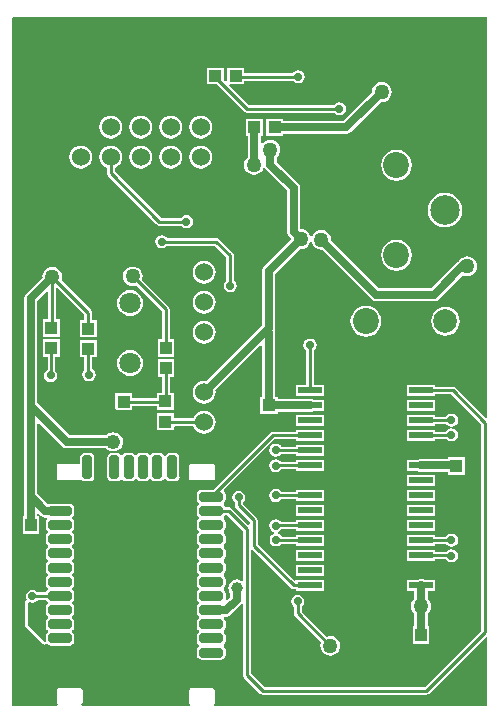
<source format=gbl>
%FSLAX44Y44*%
%MOMM*%
G71*
G01*
G75*
G04 Layer_Physical_Order=2*
G04 Layer_Color=16711680*
%ADD10R,2.1800X1.6000*%
%ADD11R,1.0000X1.1000*%
%ADD12R,1.2500X1.1000*%
%ADD13R,3.2000X1.1200*%
%ADD14R,1.1000X1.0000*%
%ADD15R,1.1000X0.6000*%
%ADD16C,0.7000*%
%ADD17C,0.2540*%
%ADD18C,1.5240*%
%ADD19C,2.5000*%
%ADD20C,2.2000*%
%ADD21C,1.8000*%
%ADD22C,2.0000*%
%ADD23C,0.7000*%
%ADD24C,1.2700*%
%ADD25C,1.2100*%
%ADD26C,1.0000*%
%ADD27R,2.0000X0.6000*%
G04:AMPARAMS|DCode=28|XSize=2mm|YSize=0.8mm|CornerRadius=0.2mm|HoleSize=0mm|Usage=FLASHONLY|Rotation=270.000|XOffset=0mm|YOffset=0mm|HoleType=Round|Shape=RoundedRectangle|*
%AMROUNDEDRECTD28*
21,1,2.0000,0.4000,0,0,270.0*
21,1,1.6000,0.8000,0,0,270.0*
1,1,0.4000,-0.2000,-0.8000*
1,1,0.4000,-0.2000,0.8000*
1,1,0.4000,0.2000,0.8000*
1,1,0.4000,0.2000,-0.8000*
%
%ADD28ROUNDEDRECTD28*%
G04:AMPARAMS|DCode=29|XSize=2mm|YSize=0.8mm|CornerRadius=0.2mm|HoleSize=0mm|Usage=FLASHONLY|Rotation=0.000|XOffset=0mm|YOffset=0mm|HoleType=Round|Shape=RoundedRectangle|*
%AMROUNDEDRECTD29*
21,1,2.0000,0.4000,0,0,0.0*
21,1,1.6000,0.8000,0,0,0.0*
1,1,0.4000,0.8000,-0.2000*
1,1,0.4000,-0.8000,-0.2000*
1,1,0.4000,-0.8000,0.2000*
1,1,0.4000,0.8000,0.2000*
%
%ADD29ROUNDEDRECTD29*%
G36*
X195802Y147971D02*
Y106019D01*
X194532Y105393D01*
X193776Y105972D01*
X192074Y106678D01*
X190246Y106918D01*
X188419Y106678D01*
X186716Y105972D01*
X185254Y104850D01*
X184132Y103388D01*
X183426Y101685D01*
X183186Y99858D01*
X183426Y98031D01*
X184132Y96328D01*
X184639Y95667D01*
Y92239D01*
X181932Y89532D01*
X180762Y90158D01*
X180925Y90978D01*
Y94978D01*
X180614Y96539D01*
X179730Y97862D01*
X179203Y98214D01*
Y99742D01*
X179730Y100094D01*
X180614Y101417D01*
X180925Y102978D01*
Y106978D01*
X180614Y108539D01*
X179730Y109862D01*
X179203Y110214D01*
Y111742D01*
X179730Y112094D01*
X180614Y113417D01*
X180925Y114978D01*
Y118978D01*
X180614Y120539D01*
X179730Y121862D01*
X179203Y122214D01*
Y123742D01*
X179730Y124094D01*
X180614Y125417D01*
X180925Y126978D01*
Y130978D01*
X180614Y132539D01*
X179730Y133862D01*
X179203Y134214D01*
Y135742D01*
X179730Y136094D01*
X180614Y137417D01*
X180925Y138978D01*
Y142978D01*
X180614Y144539D01*
X179730Y145862D01*
X179203Y146214D01*
Y147742D01*
X179730Y148094D01*
X180614Y149417D01*
X180925Y150978D01*
Y154978D01*
X180614Y156539D01*
X179730Y157862D01*
X179203Y158214D01*
Y159742D01*
X179730Y160094D01*
X180614Y161417D01*
X180659Y161644D01*
X182129D01*
X195802Y147971D01*
D02*
G37*
G36*
X402590Y583184D02*
X402590Y583184D01*
Y244118D01*
X401417Y243632D01*
X375738Y269312D01*
X374656Y270034D01*
X373380Y270288D01*
X358476D01*
Y271954D01*
X334476D01*
Y261954D01*
X358476D01*
Y263620D01*
X371999D01*
X397224Y238395D01*
Y63611D01*
X349647Y16034D01*
X213979D01*
X202470Y27543D01*
Y131516D01*
X203644Y132002D01*
X236149Y99497D01*
X237230Y98774D01*
X238506Y98520D01*
X240476D01*
Y96854D01*
X264476D01*
Y106854D01*
X240476D01*
Y106395D01*
X239206Y105869D01*
X208026Y137049D01*
Y157074D01*
X207773Y158350D01*
X207050Y159432D01*
X195506Y170976D01*
X195590Y172298D01*
X195989Y172565D01*
X197205Y174384D01*
X197632Y176530D01*
X197205Y178676D01*
X195989Y180495D01*
X194170Y181711D01*
X192024Y182138D01*
X189878Y181711D01*
X188059Y180495D01*
X186843Y178676D01*
X186416Y176530D01*
X186843Y174384D01*
X188059Y172565D01*
X188690Y172143D01*
Y169743D01*
X188944Y168467D01*
X189667Y167385D01*
X201358Y155694D01*
Y153504D01*
X200185Y153018D01*
X185868Y167336D01*
X184786Y168058D01*
X183510Y168312D01*
X180659D01*
X180614Y168539D01*
X179730Y169862D01*
X179203Y170214D01*
Y171742D01*
X179730Y172094D01*
X180614Y173417D01*
X180925Y174978D01*
Y178978D01*
X180614Y180539D01*
X179730Y181862D01*
X179615Y183032D01*
X222103Y225520D01*
X240476D01*
Y223854D01*
X264476D01*
Y233854D01*
X240476D01*
Y232188D01*
X220722D01*
X219447Y231934D01*
X218365Y231212D01*
X170210Y183057D01*
X160846D01*
X159286Y182746D01*
X157963Y181862D01*
X157079Y180539D01*
X156768Y178978D01*
Y174978D01*
X157079Y173417D01*
X157963Y172094D01*
X158490Y171742D01*
Y170214D01*
X157963Y169862D01*
X157079Y168539D01*
X156768Y166978D01*
Y162978D01*
X157079Y161417D01*
X157963Y160094D01*
X158490Y159742D01*
Y158214D01*
X157963Y157862D01*
X157079Y156539D01*
X156768Y154978D01*
Y150978D01*
X157079Y149417D01*
X157963Y148094D01*
X158490Y147742D01*
Y146214D01*
X157963Y145862D01*
X157079Y144539D01*
X156768Y142978D01*
Y138978D01*
X157079Y137417D01*
X157963Y136094D01*
X158490Y135742D01*
Y134214D01*
X157963Y133862D01*
X157079Y132539D01*
X156768Y130978D01*
Y126978D01*
X157079Y125417D01*
X157963Y124094D01*
X158490Y123742D01*
Y122214D01*
X157963Y121862D01*
X157079Y120539D01*
X156768Y118978D01*
Y114978D01*
X157079Y113417D01*
X157963Y112094D01*
X158490Y111742D01*
Y110214D01*
X157963Y109862D01*
X157079Y108539D01*
X156768Y106978D01*
Y102978D01*
X157079Y101417D01*
X157963Y100094D01*
X158490Y99742D01*
Y98214D01*
X157963Y97862D01*
X157079Y96539D01*
X156768Y94978D01*
Y90978D01*
X157079Y89417D01*
X157963Y88094D01*
X158490Y87742D01*
Y86214D01*
X157963Y85862D01*
X157079Y84539D01*
X156768Y82978D01*
Y78978D01*
X157079Y77417D01*
X157963Y76094D01*
X158490Y75742D01*
Y74214D01*
X157963Y73862D01*
X157079Y72539D01*
X156768Y70978D01*
Y66978D01*
X157079Y65417D01*
X157963Y64094D01*
X158490Y63742D01*
Y62214D01*
X157963Y61862D01*
X157079Y60539D01*
X156768Y58978D01*
Y54978D01*
X157079Y53417D01*
X157963Y52094D01*
X158490Y51742D01*
Y50214D01*
X157963Y49862D01*
X157079Y48539D01*
X156768Y46978D01*
Y42978D01*
X157079Y41417D01*
X157963Y40094D01*
X159286Y39210D01*
X160846Y38900D01*
X176846D01*
X178407Y39210D01*
X179730Y40094D01*
X180614Y41417D01*
X180925Y42978D01*
Y46978D01*
X180614Y48539D01*
X179730Y49862D01*
X179203Y50214D01*
Y51742D01*
X179730Y52094D01*
X180614Y53417D01*
X180925Y54978D01*
Y58978D01*
X180614Y60539D01*
X179730Y61862D01*
X179203Y62214D01*
Y63742D01*
X179730Y64094D01*
X180614Y65417D01*
X180925Y66978D01*
Y70978D01*
X180614Y72539D01*
X179730Y73862D01*
X179373Y74100D01*
X179759Y75370D01*
X181308D01*
X183454Y75797D01*
X185274Y77013D01*
X194212Y85951D01*
X194532Y86431D01*
X195802Y86045D01*
Y26162D01*
X196056Y24886D01*
X196779Y23805D01*
X210241Y10343D01*
X211322Y9620D01*
X212598Y9366D01*
X351028D01*
X352304Y9620D01*
X353386Y10343D01*
X401417Y58374D01*
X402590Y57888D01*
Y0D01*
X171138D01*
X170889Y1270D01*
X171288Y1537D01*
X171730Y2198D01*
X171886Y2979D01*
Y12979D01*
X171730Y13759D01*
X171288Y14420D01*
X170627Y14863D01*
X169846Y15018D01*
X151846D01*
X151066Y14863D01*
X150404Y14420D01*
X149962Y13759D01*
X149807Y12979D01*
Y2979D01*
X149962Y2198D01*
X150404Y1537D01*
X150804Y1270D01*
X150555Y0D01*
X59138D01*
X58889Y1270D01*
X59288Y1537D01*
X59730Y2198D01*
X59886Y2979D01*
Y12979D01*
X59730Y13759D01*
X59288Y14420D01*
X58627Y14863D01*
X57846Y15018D01*
X39846D01*
X39066Y14863D01*
X38404Y14420D01*
X37962Y13759D01*
X37807Y12979D01*
Y2979D01*
X37962Y2198D01*
X38404Y1537D01*
X38804Y1270D01*
X38555Y0D01*
X0D01*
Y582286D01*
X898Y583184D01*
X402590D01*
D02*
G37*
%LPC*%
G36*
X223472Y222016D02*
X221326Y221589D01*
X219507Y220373D01*
X218291Y218554D01*
X217864Y216408D01*
X218291Y214262D01*
X219507Y212443D01*
X221326Y211227D01*
X223472Y210800D01*
X225618Y211227D01*
X227437Y212443D01*
X227690Y212820D01*
X240476D01*
Y211154D01*
X264476D01*
Y221154D01*
X240476D01*
Y219488D01*
X228029D01*
X227437Y220373D01*
X225618Y221589D01*
X223472Y222016D01*
D02*
G37*
G36*
Y208808D02*
X221326Y208381D01*
X219507Y207165D01*
X218291Y205346D01*
X217864Y203200D01*
X218291Y201054D01*
X219507Y199235D01*
X221326Y198019D01*
X223472Y197592D01*
X225618Y198019D01*
X227437Y199235D01*
X228029Y200120D01*
X240476D01*
Y198454D01*
X264476D01*
Y208454D01*
X240476D01*
Y206788D01*
X227689D01*
X227437Y207165D01*
X225618Y208381D01*
X223472Y208808D01*
D02*
G37*
G36*
X137846Y214056D02*
X133846D01*
X132286Y213746D01*
X130963Y212862D01*
X130078Y211539D01*
X129994Y211113D01*
X128699D01*
X128614Y211539D01*
X127730Y212862D01*
X126407Y213746D01*
X124846Y214056D01*
X120846D01*
X119286Y213746D01*
X117963Y212862D01*
X117610Y212334D01*
X116083D01*
X115730Y212862D01*
X114407Y213746D01*
X112846Y214056D01*
X108846D01*
X107286Y213746D01*
X105963Y212862D01*
X105610Y212334D01*
X104083D01*
X103730Y212862D01*
X102407Y213746D01*
X100846Y214056D01*
X96846D01*
X95286Y213746D01*
X93963Y212862D01*
X93610Y212334D01*
X92083D01*
X91730Y212862D01*
X90407Y213746D01*
X88846Y214056D01*
X84846D01*
X83286Y213746D01*
X81962Y212862D01*
X81079Y211539D01*
X80768Y209978D01*
Y193978D01*
X81079Y192417D01*
X81962Y191094D01*
X83286Y190210D01*
X84846Y189900D01*
X88846D01*
X90407Y190210D01*
X91730Y191094D01*
X92083Y191622D01*
X93610D01*
X93963Y191094D01*
X95286Y190210D01*
X96846Y189900D01*
X100846D01*
X102407Y190210D01*
X103730Y191094D01*
X104083Y191622D01*
X105610D01*
X105963Y191094D01*
X107286Y190210D01*
X108846Y189900D01*
X112846D01*
X114407Y190210D01*
X115730Y191094D01*
X116083Y191622D01*
X117610D01*
X117963Y191094D01*
X119286Y190210D01*
X120846Y189900D01*
X124846D01*
X126407Y190210D01*
X127730Y191094D01*
X128614Y192417D01*
X128699Y192843D01*
X129994D01*
X130078Y192417D01*
X130963Y191094D01*
X132286Y190210D01*
X133846Y189900D01*
X137846D01*
X139407Y190210D01*
X140730Y191094D01*
X141614Y192417D01*
X141925Y193978D01*
Y209978D01*
X141614Y211539D01*
X140730Y212862D01*
X139407Y213746D01*
X137846Y214056D01*
D02*
G37*
G36*
X65846D02*
X61846D01*
X60286Y213746D01*
X58962Y212862D01*
X58078Y211539D01*
X57768Y209978D01*
Y205018D01*
X39846D01*
X39066Y204863D01*
X38404Y204421D01*
X37962Y203759D01*
X37807Y202979D01*
Y192979D01*
X37962Y192198D01*
X38404Y191537D01*
X39066Y191095D01*
X39846Y190939D01*
X57846D01*
X58627Y191095D01*
X58859Y191250D01*
X58962Y191094D01*
X60286Y190210D01*
X61846Y189900D01*
X65846D01*
X67407Y190210D01*
X68730Y191094D01*
X69614Y192417D01*
X69925Y193978D01*
Y209978D01*
X69614Y211539D01*
X68730Y212862D01*
X67407Y213746D01*
X65846Y214056D01*
D02*
G37*
G36*
X169846Y205018D02*
X151846D01*
X151066Y204863D01*
X150404Y204421D01*
X149962Y203759D01*
X149807Y202979D01*
Y192979D01*
X149962Y192198D01*
X150404Y191537D01*
X151066Y191095D01*
X151846Y190939D01*
X169846D01*
X170627Y191095D01*
X171288Y191537D01*
X171730Y192198D01*
X171886Y192979D01*
Y202979D01*
X171730Y203759D01*
X171288Y204421D01*
X170627Y204863D01*
X169846Y205018D01*
D02*
G37*
G36*
X383428Y210310D02*
X369428D01*
Y209062D01*
X346476D01*
X344330Y208635D01*
X344060Y208454D01*
X334476D01*
Y198454D01*
X344060D01*
X344330Y198273D01*
X346476Y197846D01*
X369428D01*
Y195310D01*
X383428D01*
Y210310D01*
D02*
G37*
G36*
X372110Y247416D02*
X369964Y246989D01*
X368145Y245773D01*
X367553Y244888D01*
X358476D01*
Y246554D01*
X334476D01*
Y236554D01*
X358476D01*
Y238220D01*
X367893D01*
X368145Y237843D01*
X369964Y236627D01*
X372110Y236200D01*
X374256Y236627D01*
X376075Y237843D01*
X377291Y239662D01*
X377718Y241808D01*
X377291Y243954D01*
X376075Y245773D01*
X374256Y246989D01*
X372110Y247416D01*
D02*
G37*
G36*
X358476Y259254D02*
X334476D01*
Y249254D01*
X358476D01*
Y259254D01*
D02*
G37*
G36*
X137302Y293386D02*
X123302D01*
Y278386D01*
X126968D01*
Y265174D01*
X123048D01*
Y260890D01*
X102106D01*
Y264556D01*
X87106D01*
Y250556D01*
X102106D01*
Y254222D01*
X123048D01*
Y250174D01*
X137048D01*
Y265174D01*
X133636D01*
Y278386D01*
X137302D01*
Y293386D01*
D02*
G37*
G36*
X372110Y234970D02*
X369964Y234543D01*
X368145Y233327D01*
X367384Y232188D01*
X358476D01*
Y233854D01*
X334476D01*
Y223854D01*
X358476D01*
Y225520D01*
X368062D01*
X368145Y225397D01*
X369964Y224181D01*
X372110Y223754D01*
X374256Y224181D01*
X376075Y225397D01*
X377291Y227216D01*
X377718Y229362D01*
X377291Y231508D01*
X376075Y233327D01*
X374256Y234543D01*
X372110Y234970D01*
D02*
G37*
G36*
X264476Y246554D02*
X240476D01*
Y236554D01*
X264476D01*
Y246554D01*
D02*
G37*
G36*
X162818Y249735D02*
X160307Y249404D01*
X157967Y248435D01*
X155957Y246893D01*
X154415Y244883D01*
X153860Y243542D01*
X137048Y243872D01*
Y248174D01*
X123048D01*
Y233174D01*
X137048D01*
Y236295D01*
X137955Y237185D01*
X153713Y236876D01*
X154415Y235180D01*
X155957Y233171D01*
X157967Y231629D01*
X160307Y230660D01*
X162818Y230329D01*
X165330Y230660D01*
X167670Y231629D01*
X169679Y233171D01*
X171221Y235180D01*
X172191Y237521D01*
X172521Y240032D01*
X172191Y242543D01*
X171221Y244883D01*
X169679Y246893D01*
X167670Y248435D01*
X165330Y249404D01*
X162818Y249735D01*
D02*
G37*
G36*
X264476Y132254D02*
X240476D01*
Y122254D01*
X264476D01*
Y132254D01*
D02*
G37*
G36*
X372110Y132608D02*
X369964Y132181D01*
X368145Y130965D01*
X367893Y130588D01*
X358476D01*
Y132254D01*
X334476D01*
Y122254D01*
X358476D01*
Y123920D01*
X367553D01*
X368145Y123035D01*
X369964Y121819D01*
X372110Y121392D01*
X374256Y121819D01*
X376075Y123035D01*
X377291Y124854D01*
X377718Y127000D01*
X377291Y129146D01*
X376075Y130965D01*
X374256Y132181D01*
X372110Y132608D01*
D02*
G37*
G36*
Y145816D02*
X369964Y145389D01*
X368145Y144173D01*
X367553Y143288D01*
X358476D01*
Y144954D01*
X334476D01*
Y134954D01*
X358476D01*
Y136620D01*
X367893D01*
X368145Y136243D01*
X369964Y135027D01*
X372110Y134600D01*
X374256Y135027D01*
X376075Y136243D01*
X377291Y138062D01*
X377718Y140208D01*
X377291Y142354D01*
X376075Y144173D01*
X374256Y145389D01*
X372110Y145816D01*
D02*
G37*
G36*
X242062Y94000D02*
X239916Y93573D01*
X238097Y92357D01*
X236881Y90538D01*
X236454Y88392D01*
X236881Y86246D01*
X238097Y84427D01*
X238728Y84005D01*
Y78232D01*
X238982Y76956D01*
X239705Y75875D01*
X261722Y53857D01*
X261359Y52980D01*
X261072Y50800D01*
X261359Y48620D01*
X262200Y46589D01*
X263539Y44845D01*
X265283Y43506D01*
X267314Y42665D01*
X269494Y42378D01*
X271674Y42665D01*
X273705Y43506D01*
X275449Y44845D01*
X276788Y46589D01*
X277629Y48620D01*
X277916Y50800D01*
X277629Y52980D01*
X276788Y55011D01*
X275449Y56755D01*
X273705Y58094D01*
X271674Y58935D01*
X269494Y59222D01*
X267314Y58935D01*
X266437Y58572D01*
X245396Y79613D01*
Y84005D01*
X246027Y84427D01*
X247243Y86246D01*
X247670Y88392D01*
X247243Y90538D01*
X246027Y92357D01*
X244208Y93573D01*
X242062Y94000D01*
D02*
G37*
G36*
X346456Y107442D02*
X344310Y107015D01*
X344070Y106854D01*
X334476D01*
Y96854D01*
X340849D01*
Y90550D01*
X340501Y90283D01*
X339162Y88539D01*
X338321Y86508D01*
X338034Y84328D01*
X338321Y82148D01*
X339162Y80117D01*
X340501Y78373D01*
X340849Y78106D01*
Y67562D01*
X339456D01*
Y52562D01*
X353456D01*
Y67562D01*
X352064D01*
Y78106D01*
X352411Y78373D01*
X353750Y80117D01*
X354591Y82148D01*
X354878Y84328D01*
X354591Y86508D01*
X353750Y88539D01*
X352411Y90283D01*
X352064Y90550D01*
Y96854D01*
X358476D01*
Y106854D01*
X348843D01*
X348602Y107015D01*
X346456Y107442D01*
D02*
G37*
G36*
X264476Y119554D02*
X240476D01*
Y109554D01*
X264476D01*
Y119554D01*
D02*
G37*
G36*
X223472Y158008D02*
X221326Y157581D01*
X219507Y156365D01*
X218291Y154546D01*
X217864Y152400D01*
X218291Y150254D01*
X219507Y148435D01*
X221326Y147219D01*
X222160Y147053D01*
Y145758D01*
X221580Y145643D01*
X219761Y144427D01*
X218545Y142608D01*
X218118Y140462D01*
X218545Y138316D01*
X219761Y136497D01*
X221580Y135281D01*
X223726Y134854D01*
X225872Y135281D01*
X227691Y136497D01*
X227774Y136620D01*
X240476D01*
Y134954D01*
X264476D01*
Y144954D01*
X240476D01*
Y143288D01*
X228453D01*
X227691Y144427D01*
X225872Y145643D01*
X225038Y145809D01*
Y147104D01*
X225618Y147219D01*
X227437Y148435D01*
X228029Y149320D01*
X240476D01*
Y147654D01*
X264476D01*
Y157654D01*
X240476D01*
Y155988D01*
X227689D01*
X227437Y156365D01*
X225618Y157581D01*
X223472Y158008D01*
D02*
G37*
G36*
Y183662D02*
X221326Y183235D01*
X219507Y182019D01*
X218291Y180200D01*
X217864Y178054D01*
X218291Y175908D01*
X219507Y174089D01*
X221326Y172873D01*
X223472Y172446D01*
X225618Y172873D01*
X227437Y174089D01*
X227859Y174720D01*
X240476D01*
Y173054D01*
X264476D01*
Y183054D01*
X240476D01*
Y181388D01*
X227859D01*
X227437Y182019D01*
X225618Y183235D01*
X223472Y183662D01*
D02*
G37*
G36*
X358476Y183054D02*
X334476D01*
Y173054D01*
X358476D01*
Y183054D01*
D02*
G37*
G36*
Y195754D02*
X334476D01*
Y185754D01*
X358476D01*
Y195754D01*
D02*
G37*
G36*
Y157654D02*
X334476D01*
Y147654D01*
X358476D01*
Y157654D01*
D02*
G37*
G36*
X264476Y170354D02*
X240476D01*
Y160354D01*
X264476D01*
Y170354D01*
D02*
G37*
G36*
X358476D02*
X334476D01*
Y160354D01*
X358476D01*
Y170354D01*
D02*
G37*
G36*
X252476Y310916D02*
X250330Y310489D01*
X248511Y309273D01*
X247295Y307454D01*
X246869Y305308D01*
X247295Y303162D01*
X248511Y301343D01*
X249142Y300921D01*
Y271954D01*
X240476D01*
Y261954D01*
X264476D01*
Y271954D01*
X255810D01*
Y300921D01*
X256442Y301343D01*
X257657Y303162D01*
X258084Y305308D01*
X257657Y307454D01*
X256442Y309273D01*
X254622Y310489D01*
X252476Y310916D01*
D02*
G37*
G36*
X58166Y474269D02*
X55655Y473938D01*
X53315Y472969D01*
X51305Y471427D01*
X49763Y469417D01*
X48794Y467077D01*
X48463Y464566D01*
X48794Y462055D01*
X49763Y459715D01*
X51305Y457705D01*
X53315Y456163D01*
X55655Y455194D01*
X58166Y454863D01*
X60678Y455194D01*
X63018Y456163D01*
X65027Y457705D01*
X66569Y459715D01*
X67539Y462055D01*
X67869Y464566D01*
X67539Y467077D01*
X66569Y469417D01*
X65027Y471427D01*
X63018Y472969D01*
X60678Y473938D01*
X58166Y474269D01*
D02*
G37*
G36*
X108966D02*
X106455Y473938D01*
X104115Y472969D01*
X102105Y471427D01*
X100563Y469417D01*
X99594Y467077D01*
X99263Y464566D01*
X99594Y462055D01*
X100563Y459715D01*
X102105Y457705D01*
X104115Y456163D01*
X106455Y455194D01*
X108966Y454863D01*
X111478Y455194D01*
X113818Y456163D01*
X115827Y457705D01*
X117369Y459715D01*
X118339Y462055D01*
X118669Y464566D01*
X118339Y467077D01*
X117369Y469417D01*
X115827Y471427D01*
X113818Y472969D01*
X111478Y473938D01*
X108966Y474269D01*
D02*
G37*
G36*
X134366D02*
X131855Y473938D01*
X129515Y472969D01*
X127505Y471427D01*
X125963Y469417D01*
X124994Y467077D01*
X124663Y464566D01*
X124994Y462055D01*
X125963Y459715D01*
X127505Y457705D01*
X129515Y456163D01*
X131855Y455194D01*
X134366Y454863D01*
X136878Y455194D01*
X139218Y456163D01*
X141227Y457705D01*
X142769Y459715D01*
X143739Y462055D01*
X144069Y464566D01*
X143739Y467077D01*
X142769Y469417D01*
X141227Y471427D01*
X139218Y472969D01*
X136878Y473938D01*
X134366Y474269D01*
D02*
G37*
G36*
X83566D02*
X81055Y473938D01*
X78715Y472969D01*
X76705Y471427D01*
X75163Y469417D01*
X74194Y467077D01*
X73863Y464566D01*
X74194Y462055D01*
X75163Y459715D01*
X76705Y457705D01*
X78715Y456163D01*
X80232Y455534D01*
Y451104D01*
X80486Y449828D01*
X81209Y448747D01*
X122357Y407598D01*
X123439Y406876D01*
X124714Y406622D01*
X143441D01*
X143863Y405991D01*
X145682Y404775D01*
X147828Y404348D01*
X149974Y404775D01*
X151793Y405991D01*
X153009Y407810D01*
X153436Y409956D01*
X153009Y412102D01*
X151793Y413921D01*
X149974Y415137D01*
X147828Y415564D01*
X145682Y415137D01*
X143863Y413921D01*
X143441Y413290D01*
X126096D01*
X86900Y452485D01*
Y455534D01*
X88418Y456163D01*
X90427Y457705D01*
X91969Y459715D01*
X92939Y462055D01*
X93269Y464566D01*
X92939Y467077D01*
X91969Y469417D01*
X90427Y471427D01*
X88418Y472969D01*
X86078Y473938D01*
X83566Y474269D01*
D02*
G37*
G36*
X366628Y434233D02*
X362843Y433735D01*
X359316Y432274D01*
X356287Y429950D01*
X353963Y426921D01*
X352502Y423393D01*
X352003Y419608D01*
X352502Y415823D01*
X353963Y412296D01*
X356287Y409267D01*
X359316Y406942D01*
X362843Y405481D01*
X366628Y404983D01*
X370414Y405481D01*
X373941Y406942D01*
X376970Y409267D01*
X379294Y412296D01*
X380755Y415823D01*
X381254Y419608D01*
X380755Y423393D01*
X379294Y426921D01*
X376970Y429950D01*
X373941Y432274D01*
X370414Y433735D01*
X366628Y434233D01*
D02*
G37*
G36*
X325628Y470820D02*
X322235Y470373D01*
X319072Y469064D01*
X316357Y466980D01*
X314273Y464264D01*
X312963Y461102D01*
X312516Y457708D01*
X312963Y454314D01*
X314273Y451152D01*
X316357Y448436D01*
X319072Y446353D01*
X322235Y445043D01*
X325628Y444596D01*
X329022Y445043D01*
X332184Y446353D01*
X334900Y448436D01*
X336984Y451152D01*
X338294Y454314D01*
X338741Y457708D01*
X338294Y461102D01*
X336984Y464264D01*
X334900Y466980D01*
X332184Y469064D01*
X329022Y470373D01*
X325628Y470820D01*
D02*
G37*
G36*
X159766Y474269D02*
X157255Y473938D01*
X154915Y472969D01*
X152905Y471427D01*
X151363Y469417D01*
X150394Y467077D01*
X150063Y464566D01*
X150394Y462055D01*
X151363Y459715D01*
X152905Y457705D01*
X154915Y456163D01*
X157255Y455194D01*
X159766Y454863D01*
X162278Y455194D01*
X164618Y456163D01*
X166627Y457705D01*
X168169Y459715D01*
X169139Y462055D01*
X169469Y464566D01*
X169139Y467077D01*
X168169Y469417D01*
X166627Y471427D01*
X164618Y472969D01*
X162278Y473938D01*
X159766Y474269D01*
D02*
G37*
G36*
Y499669D02*
X157255Y499338D01*
X154915Y498369D01*
X152905Y496827D01*
X151363Y494818D01*
X150394Y492477D01*
X150063Y489966D01*
X150394Y487455D01*
X151363Y485115D01*
X152905Y483105D01*
X154915Y481563D01*
X157255Y480594D01*
X159766Y480263D01*
X162278Y480594D01*
X164618Y481563D01*
X166627Y483105D01*
X168169Y485115D01*
X169139Y487455D01*
X169469Y489966D01*
X169139Y492477D01*
X168169Y494818D01*
X166627Y496827D01*
X164618Y498369D01*
X162278Y499338D01*
X159766Y499669D01*
D02*
G37*
G36*
X313182Y528106D02*
X311003Y527819D01*
X308971Y526978D01*
X307227Y525639D01*
X305889Y523895D01*
X305047Y521864D01*
X304760Y519684D01*
X304817Y519250D01*
X280887Y495320D01*
X229868D01*
Y496712D01*
X214868D01*
Y482712D01*
X229868D01*
Y484104D01*
X283210D01*
X285356Y484531D01*
X287176Y485747D01*
X312748Y511319D01*
X313182Y511262D01*
X315362Y511549D01*
X317393Y512390D01*
X319137Y513729D01*
X320476Y515473D01*
X321317Y517504D01*
X321604Y519684D01*
X321317Y521864D01*
X320476Y523895D01*
X319137Y525639D01*
X317393Y526978D01*
X315362Y527819D01*
X313182Y528106D01*
D02*
G37*
G36*
X196848Y540400D02*
X181848D01*
Y529072D01*
X180739Y528599D01*
X179848Y529333D01*
Y540400D01*
X164848D01*
Y526400D01*
X173345D01*
X196643Y503102D01*
X197724Y502380D01*
X199000Y502126D01*
X272981D01*
X273403Y501495D01*
X275222Y500279D01*
X277368Y499852D01*
X279514Y500279D01*
X281333Y501495D01*
X282549Y503314D01*
X282976Y505460D01*
X282549Y507606D01*
X281333Y509425D01*
X279514Y510641D01*
X277368Y511068D01*
X275222Y510641D01*
X273403Y509425D01*
X272981Y508794D01*
X200381D01*
X183949Y525227D01*
X184435Y526400D01*
X196848D01*
Y529304D01*
X237929D01*
X238351Y528673D01*
X240170Y527457D01*
X242316Y527030D01*
X244462Y527457D01*
X246281Y528673D01*
X247497Y530492D01*
X247924Y532638D01*
X247497Y534784D01*
X246281Y536603D01*
X244462Y537819D01*
X242316Y538246D01*
X240170Y537819D01*
X238351Y536603D01*
X237929Y535972D01*
X196848D01*
Y540400D01*
D02*
G37*
G36*
X83566Y499669D02*
X81055Y499338D01*
X78715Y498369D01*
X76705Y496827D01*
X75163Y494818D01*
X74194Y492477D01*
X73863Y489966D01*
X74194Y487455D01*
X75163Y485115D01*
X76705Y483105D01*
X78715Y481563D01*
X81055Y480594D01*
X83566Y480263D01*
X86078Y480594D01*
X88418Y481563D01*
X90427Y483105D01*
X91969Y485115D01*
X92939Y487455D01*
X93269Y489966D01*
X92939Y492477D01*
X91969Y494818D01*
X90427Y496827D01*
X88418Y498369D01*
X86078Y499338D01*
X83566Y499669D01*
D02*
G37*
G36*
X108966D02*
X106455Y499338D01*
X104115Y498369D01*
X102105Y496827D01*
X100563Y494818D01*
X99594Y492477D01*
X99263Y489966D01*
X99594Y487455D01*
X100563Y485115D01*
X102105Y483105D01*
X104115Y481563D01*
X106455Y480594D01*
X108966Y480263D01*
X111478Y480594D01*
X113818Y481563D01*
X115827Y483105D01*
X117369Y485115D01*
X118339Y487455D01*
X118669Y489966D01*
X118339Y492477D01*
X117369Y494818D01*
X115827Y496827D01*
X113818Y498369D01*
X111478Y499338D01*
X108966Y499669D01*
D02*
G37*
G36*
X134366D02*
X131855Y499338D01*
X129515Y498369D01*
X127505Y496827D01*
X125963Y494818D01*
X124994Y492477D01*
X124663Y489966D01*
X124994Y487455D01*
X125963Y485115D01*
X127505Y483105D01*
X129515Y481563D01*
X131855Y480594D01*
X134366Y480263D01*
X136878Y480594D01*
X139218Y481563D01*
X141227Y483105D01*
X142769Y485115D01*
X143739Y487455D01*
X144069Y489966D01*
X143739Y492477D01*
X142769Y494818D01*
X141227Y496827D01*
X139218Y498369D01*
X136878Y499338D01*
X134366Y499669D01*
D02*
G37*
G36*
X325628Y394620D02*
X322235Y394174D01*
X319072Y392864D01*
X316357Y390780D01*
X314273Y388064D01*
X312963Y384902D01*
X312516Y381508D01*
X312963Y378115D01*
X314273Y374952D01*
X316357Y372236D01*
X319072Y370153D01*
X322235Y368843D01*
X325628Y368396D01*
X329022Y368843D01*
X332184Y370153D01*
X334900Y372236D01*
X336984Y374952D01*
X338294Y378115D01*
X338741Y381508D01*
X338294Y384902D01*
X336984Y388064D01*
X334900Y390780D01*
X332184Y392864D01*
X329022Y394174D01*
X325628Y394620D01*
D02*
G37*
G36*
X102362Y371896D02*
X100183Y371609D01*
X98151Y370768D01*
X96407Y369429D01*
X95069Y367685D01*
X94227Y365654D01*
X93940Y363474D01*
X94227Y361294D01*
X95069Y359263D01*
X96407Y357519D01*
X98151Y356180D01*
X100183Y355339D01*
X102362Y355052D01*
X104542Y355339D01*
X105419Y355702D01*
X126968Y334153D01*
Y310386D01*
X123302D01*
Y295386D01*
X137302D01*
Y310386D01*
X133636D01*
Y335534D01*
X133383Y336810D01*
X132660Y337892D01*
X110134Y360417D01*
X110498Y361294D01*
X110784Y363474D01*
X110498Y365654D01*
X109656Y367685D01*
X108318Y369429D01*
X106573Y370768D01*
X104542Y371609D01*
X102362Y371896D01*
D02*
G37*
G36*
X162818Y325935D02*
X160307Y325604D01*
X157967Y324635D01*
X155957Y323093D01*
X154415Y321083D01*
X153446Y318743D01*
X153115Y316232D01*
X153446Y313721D01*
X154415Y311381D01*
X155957Y309371D01*
X157967Y307829D01*
X160307Y306860D01*
X162818Y306529D01*
X165330Y306860D01*
X167670Y307829D01*
X169679Y309371D01*
X171221Y311381D01*
X172191Y313721D01*
X172521Y316232D01*
X172191Y318743D01*
X171221Y321083D01*
X169679Y323093D01*
X167670Y324635D01*
X165330Y325604D01*
X162818Y325935D01*
D02*
G37*
G36*
X34290Y371642D02*
X32111Y371355D01*
X30079Y370514D01*
X28335Y369175D01*
X26997Y367431D01*
X26155Y365400D01*
X25868Y363220D01*
X25926Y362786D01*
X12037Y348897D01*
X10821Y347078D01*
X10395Y344932D01*
Y254000D01*
Y177292D01*
Y160272D01*
X9002D01*
Y145272D01*
X23002D01*
Y160272D01*
X21610D01*
Y162094D01*
X22783Y162580D01*
X24351Y161013D01*
X26170Y159797D01*
X28316Y159370D01*
X29934D01*
X30319Y158100D01*
X29962Y157862D01*
X29079Y156539D01*
X28768Y154978D01*
Y150978D01*
X29079Y149417D01*
X29962Y148094D01*
X30490Y147742D01*
Y146214D01*
X29962Y145862D01*
X29079Y144539D01*
X28768Y142978D01*
Y138978D01*
X29079Y137417D01*
X29962Y136094D01*
X30490Y135742D01*
Y134214D01*
X29962Y133862D01*
X29079Y132539D01*
X28768Y130978D01*
Y126978D01*
X29079Y125417D01*
X29962Y124094D01*
X30490Y123742D01*
Y122214D01*
X29962Y121862D01*
X29079Y120539D01*
X28768Y118978D01*
Y114978D01*
X29079Y113417D01*
X29962Y112094D01*
X30490Y111742D01*
Y110214D01*
X29962Y109862D01*
X29079Y108539D01*
X28768Y106978D01*
Y102978D01*
X29079Y101417D01*
X29962Y100094D01*
X30490Y99742D01*
Y98214D01*
X29962Y97862D01*
X29079Y96539D01*
X29033Y96312D01*
X21480D01*
X21237Y96675D01*
X19418Y97891D01*
X17272Y98318D01*
X15126Y97891D01*
X13307Y96675D01*
X12091Y94856D01*
X11665Y92710D01*
X12091Y90564D01*
X12468Y90000D01*
X11797Y88719D01*
X11786Y88712D01*
X11730Y88628D01*
X11652Y88564D01*
X11510Y88300D01*
X11344Y88050D01*
X11324Y87951D01*
X11277Y87862D01*
X11247Y87564D01*
X11189Y87270D01*
Y68363D01*
X11344Y67582D01*
X11786Y66921D01*
X26245Y52462D01*
X26329Y52406D01*
X26393Y52328D01*
X26657Y52186D01*
X26906Y52020D01*
X27006Y52000D01*
X27095Y51953D01*
X27393Y51923D01*
X27687Y51865D01*
X27786Y51885D01*
X27887Y51875D01*
X28173Y51962D01*
X28467Y52020D01*
X28551Y52076D01*
X28648Y52106D01*
X29611Y52620D01*
X29962Y52094D01*
X31286Y51210D01*
X32846Y50900D01*
X48846D01*
X50407Y51210D01*
X51730Y52094D01*
X52614Y53417D01*
X52925Y54978D01*
Y58978D01*
X52614Y60539D01*
X51730Y61862D01*
X51203Y62214D01*
Y63742D01*
X51730Y64094D01*
X52614Y65417D01*
X52925Y66978D01*
Y70978D01*
X52614Y72539D01*
X51730Y73862D01*
X51203Y74214D01*
Y75742D01*
X51730Y76094D01*
X52614Y77417D01*
X52925Y78978D01*
Y82978D01*
X52614Y84539D01*
X51730Y85862D01*
X51203Y86214D01*
Y87742D01*
X51730Y88094D01*
X52614Y89417D01*
X52925Y90978D01*
Y94978D01*
X52614Y96539D01*
X51730Y97862D01*
X51203Y98214D01*
Y99742D01*
X51730Y100094D01*
X52614Y101417D01*
X52925Y102978D01*
Y106978D01*
X52614Y108539D01*
X51730Y109862D01*
X51203Y110214D01*
Y111742D01*
X51730Y112094D01*
X52614Y113417D01*
X52925Y114978D01*
Y118978D01*
X52614Y120539D01*
X51730Y121862D01*
X51203Y122214D01*
Y123742D01*
X51730Y124094D01*
X52614Y125417D01*
X52925Y126978D01*
Y130978D01*
X52614Y132539D01*
X51730Y133862D01*
X51203Y134214D01*
Y135742D01*
X51730Y136094D01*
X52614Y137417D01*
X52925Y138978D01*
Y142978D01*
X52614Y144539D01*
X51730Y145862D01*
X51203Y146214D01*
Y147742D01*
X51730Y148094D01*
X52614Y149417D01*
X52925Y150978D01*
Y154978D01*
X52614Y156539D01*
X51730Y157862D01*
X51203Y158214D01*
Y159742D01*
X51730Y160094D01*
X52614Y161417D01*
X52925Y162978D01*
Y166978D01*
X52614Y168539D01*
X51730Y169862D01*
X50407Y170746D01*
X48846Y171056D01*
X32846D01*
X31286Y170746D01*
X31046Y170586D01*
X30639D01*
X21610Y179615D01*
Y238802D01*
X22783Y239288D01*
X42517Y219555D01*
X44336Y218339D01*
X46482Y217912D01*
X80008D01*
X80111Y217779D01*
X81792Y216488D01*
X83751Y215677D01*
X85852Y215401D01*
X87954Y215677D01*
X89912Y216488D01*
X91594Y217779D01*
X92884Y219460D01*
X93695Y221418D01*
X93972Y223520D01*
X93695Y225621D01*
X92884Y227580D01*
X91594Y229261D01*
X89912Y230552D01*
X87954Y231363D01*
X85852Y231639D01*
X83751Y231363D01*
X81792Y230552D01*
X80111Y229261D01*
X80008Y229128D01*
X48805D01*
X21610Y256323D01*
Y342609D01*
X29783Y350782D01*
X30956Y350296D01*
Y327150D01*
X26528D01*
Y312150D01*
X40528D01*
Y327150D01*
X37624D01*
Y353512D01*
X38798Y353998D01*
X61436Y331359D01*
Y326896D01*
X57770D01*
Y311896D01*
X71770D01*
Y326896D01*
X68104D01*
Y332740D01*
X67850Y334016D01*
X67128Y335098D01*
X42062Y360163D01*
X42425Y361040D01*
X42712Y363220D01*
X42425Y365400D01*
X41584Y367431D01*
X40246Y369175D01*
X38501Y370514D01*
X36470Y371355D01*
X34290Y371642D01*
D02*
G37*
G36*
X40528Y310150D02*
X26528D01*
Y295150D01*
X30194D01*
Y284550D01*
X28801Y283619D01*
X27585Y281800D01*
X27159Y279654D01*
X27585Y277508D01*
X28801Y275689D01*
X30620Y274473D01*
X32766Y274046D01*
X34912Y274473D01*
X36732Y275689D01*
X37947Y277508D01*
X38374Y279654D01*
X37947Y281800D01*
X36862Y283424D01*
Y295150D01*
X40528D01*
Y310150D01*
D02*
G37*
G36*
X71770Y309896D02*
X57770D01*
Y294896D01*
X61436D01*
Y284464D01*
X61313Y284381D01*
X60097Y282562D01*
X59671Y280416D01*
X60097Y278270D01*
X61313Y276451D01*
X63132Y275235D01*
X65278Y274808D01*
X67424Y275235D01*
X69243Y276451D01*
X70459Y278270D01*
X70886Y280416D01*
X70459Y282562D01*
X69243Y284381D01*
X68104Y285142D01*
Y294896D01*
X71770D01*
Y309896D01*
D02*
G37*
G36*
X100086Y301265D02*
X97215Y300887D01*
X94539Y299778D01*
X92241Y298015D01*
X90478Y295717D01*
X89369Y293042D01*
X88991Y290170D01*
X89369Y287298D01*
X90478Y284623D01*
X92241Y282325D01*
X94539Y280562D01*
X97215Y279453D01*
X100086Y279075D01*
X102958Y279453D01*
X105634Y280562D01*
X107931Y282325D01*
X109695Y284623D01*
X110803Y287298D01*
X111181Y290170D01*
X110803Y293042D01*
X109695Y295717D01*
X107931Y298015D01*
X105634Y299778D01*
X102958Y300887D01*
X100086Y301265D01*
D02*
G37*
G36*
X299734Y338662D02*
X296341Y338215D01*
X293178Y336906D01*
X290463Y334822D01*
X288379Y332106D01*
X287069Y328944D01*
X286622Y325550D01*
X287069Y322156D01*
X288379Y318994D01*
X290463Y316278D01*
X293178Y314195D01*
X296341Y312885D01*
X299734Y312438D01*
X303128Y312885D01*
X306290Y314195D01*
X309006Y316278D01*
X311090Y318994D01*
X312400Y322156D01*
X312847Y325550D01*
X312400Y328944D01*
X311090Y332106D01*
X309006Y334822D01*
X306290Y336906D01*
X303128Y338215D01*
X299734Y338662D01*
D02*
G37*
G36*
X127000Y398546D02*
X124854Y398119D01*
X123035Y396903D01*
X121819Y395084D01*
X121392Y392938D01*
X121819Y390792D01*
X123035Y388973D01*
X124854Y387757D01*
X127000Y387330D01*
X129146Y387757D01*
X130965Y388973D01*
X131387Y389604D01*
X171847D01*
X181578Y379873D01*
Y359987D01*
X180947Y359565D01*
X179731Y357746D01*
X179305Y355600D01*
X179731Y353454D01*
X180947Y351635D01*
X182766Y350419D01*
X184912Y349992D01*
X187058Y350419D01*
X188878Y351635D01*
X190093Y353454D01*
X190520Y355600D01*
X190093Y357746D01*
X188878Y359565D01*
X188246Y359987D01*
Y381254D01*
X187992Y382530D01*
X187270Y383611D01*
X175586Y395295D01*
X174504Y396018D01*
X173228Y396272D01*
X131387D01*
X130965Y396903D01*
X129146Y398119D01*
X127000Y398546D01*
D02*
G37*
G36*
X162818Y376735D02*
X160307Y376404D01*
X157967Y375435D01*
X155957Y373893D01*
X154415Y371884D01*
X153446Y369543D01*
X153115Y367032D01*
X153446Y364521D01*
X154415Y362180D01*
X155957Y360171D01*
X157967Y358629D01*
X160307Y357660D01*
X162818Y357329D01*
X165330Y357660D01*
X167670Y358629D01*
X169679Y360171D01*
X171221Y362180D01*
X172191Y364521D01*
X172521Y367032D01*
X172191Y369543D01*
X171221Y371884D01*
X169679Y373893D01*
X167670Y375435D01*
X165330Y376404D01*
X162818Y376735D01*
D02*
G37*
G36*
X212868Y496712D02*
X197868D01*
Y482712D01*
X199760D01*
Y464738D01*
X199023Y464171D01*
X197684Y462427D01*
X196843Y460396D01*
X196556Y458216D01*
X196843Y456036D01*
X197684Y454005D01*
X199023Y452261D01*
X200767Y450923D01*
X202799Y450081D01*
X204978Y449794D01*
X207158Y450081D01*
X209189Y450923D01*
X210933Y452261D01*
X212272Y454005D01*
X212786Y455247D01*
X214219Y455388D01*
X214983Y454245D01*
X233064Y436164D01*
Y401154D01*
X233491Y399008D01*
X234707Y397189D01*
X236237Y395658D01*
X236180Y395224D01*
X236237Y394790D01*
X213577Y372129D01*
X212362Y370310D01*
X211935Y368164D01*
Y322479D01*
X164384Y274929D01*
X162818Y275135D01*
X160307Y274804D01*
X157967Y273835D01*
X155957Y272293D01*
X154415Y270284D01*
X153446Y267943D01*
X153115Y265432D01*
X153446Y262921D01*
X154415Y260581D01*
X155957Y258571D01*
X157967Y257029D01*
X160307Y256060D01*
X162818Y255729D01*
X165330Y256060D01*
X167670Y257029D01*
X169679Y258571D01*
X171221Y260581D01*
X172191Y262921D01*
X172521Y265432D01*
X172315Y266998D01*
X210761Y305445D01*
X211935Y304958D01*
Y261254D01*
X210042D01*
Y247254D01*
X225042D01*
Y248646D01*
X252476D01*
X254622Y249073D01*
X254893Y249254D01*
X264476D01*
Y259254D01*
X254893D01*
X254622Y259435D01*
X252476Y259862D01*
X225042D01*
Y261254D01*
X223150D01*
Y315584D01*
X222723Y317730D01*
X222630Y317870D01*
X222723Y318010D01*
X223150Y320156D01*
Y365841D01*
X244168Y386859D01*
X244602Y386802D01*
X246782Y387089D01*
X248813Y387930D01*
X250557Y389269D01*
X251896Y391013D01*
X252475Y392410D01*
X253203Y392483D01*
X253820Y392340D01*
X254580Y390505D01*
X255919Y388761D01*
X257663Y387422D01*
X259694Y386581D01*
X261874Y386294D01*
X262309Y386351D01*
X304645Y344015D01*
X306464Y342799D01*
X308610Y342372D01*
X357378D01*
X359524Y342799D01*
X361343Y344015D01*
X381915Y364587D01*
X383392Y363975D01*
X385572Y363688D01*
X387752Y363975D01*
X389783Y364816D01*
X391527Y366155D01*
X392866Y367899D01*
X393707Y369930D01*
X393994Y372110D01*
X393707Y374290D01*
X392866Y376321D01*
X391527Y378065D01*
X389783Y379404D01*
X387752Y380245D01*
X385572Y380532D01*
X383392Y380245D01*
X381361Y379404D01*
X379617Y378065D01*
X378665Y376825D01*
X377543Y376075D01*
X355055Y353588D01*
X310933D01*
X270239Y394282D01*
X270296Y394716D01*
X270009Y396896D01*
X269168Y398927D01*
X267829Y400671D01*
X266085Y402010D01*
X264054Y402851D01*
X261874Y403138D01*
X259694Y402851D01*
X257663Y402010D01*
X255919Y400671D01*
X254580Y398927D01*
X254002Y397530D01*
X253273Y397457D01*
X252656Y397600D01*
X251896Y399435D01*
X250557Y401179D01*
X248813Y402518D01*
X246782Y403359D01*
X244602Y403646D01*
X244280Y403929D01*
Y438486D01*
X243853Y440632D01*
X242638Y442452D01*
X224556Y460533D01*
Y464694D01*
X224903Y464961D01*
X226242Y466705D01*
X227083Y468736D01*
X227370Y470916D01*
X227083Y473096D01*
X226242Y475127D01*
X224903Y476871D01*
X223159Y478210D01*
X221128Y479051D01*
X218948Y479338D01*
X216768Y479051D01*
X214737Y478210D01*
X212993Y476871D01*
X212246Y475898D01*
X210976Y476329D01*
Y482712D01*
X212868D01*
Y496712D01*
D02*
G37*
G36*
X100086Y352065D02*
X97215Y351687D01*
X94539Y350578D01*
X92241Y348815D01*
X90478Y346517D01*
X89369Y343842D01*
X88991Y340970D01*
X89369Y338098D01*
X90478Y335423D01*
X92241Y333125D01*
X94539Y331362D01*
X97215Y330253D01*
X100086Y329875D01*
X102958Y330253D01*
X105634Y331362D01*
X107931Y333125D01*
X109695Y335423D01*
X110803Y338098D01*
X111181Y340970D01*
X110803Y343842D01*
X109695Y346517D01*
X107931Y348815D01*
X105634Y350578D01*
X102958Y351687D01*
X100086Y352065D01*
D02*
G37*
G36*
X367034Y337654D02*
X363902Y337241D01*
X360983Y336032D01*
X358476Y334109D01*
X356552Y331602D01*
X355343Y328683D01*
X354931Y325550D01*
X355343Y322417D01*
X356552Y319498D01*
X358476Y316992D01*
X360983Y315068D01*
X363902Y313859D01*
X367034Y313447D01*
X370167Y313859D01*
X373086Y315068D01*
X375593Y316992D01*
X377516Y319498D01*
X378726Y322417D01*
X379138Y325550D01*
X378726Y328683D01*
X377516Y331602D01*
X375593Y334109D01*
X373086Y336032D01*
X370167Y337241D01*
X367034Y337654D01*
D02*
G37*
G36*
X162818Y351335D02*
X160307Y351004D01*
X157967Y350035D01*
X155957Y348493D01*
X154415Y346483D01*
X153446Y344143D01*
X153115Y341632D01*
X153446Y339121D01*
X154415Y336781D01*
X155957Y334771D01*
X157967Y333229D01*
X160307Y332260D01*
X162818Y331929D01*
X165330Y332260D01*
X167670Y333229D01*
X169679Y334771D01*
X171221Y336781D01*
X172191Y339121D01*
X172521Y341632D01*
X172191Y344143D01*
X171221Y346483D01*
X169679Y348493D01*
X167670Y350035D01*
X165330Y351004D01*
X162818Y351335D01*
D02*
G37*
%LPD*%
G36*
X29079Y89417D02*
X29962Y88094D01*
X30490Y87742D01*
Y86214D01*
X29962Y85862D01*
X29079Y84539D01*
X28768Y82978D01*
Y78978D01*
X29079Y77417D01*
X29962Y76094D01*
X30490Y75742D01*
Y74214D01*
X29962Y73862D01*
X29079Y72539D01*
X28768Y70978D01*
Y66978D01*
X29079Y65417D01*
X29962Y64094D01*
X30490Y63742D01*
Y62214D01*
X29962Y61862D01*
X29079Y60539D01*
X28768Y58978D01*
Y54978D01*
X28857Y54530D01*
X27687Y53904D01*
X13228Y68363D01*
Y87270D01*
X14498Y87949D01*
X15126Y87529D01*
X17272Y87102D01*
X19418Y87529D01*
X21237Y88745D01*
X21838Y89644D01*
X29033D01*
X29079Y89417D01*
D02*
G37*
D11*
X346456Y60062D02*
D03*
Y43062D02*
D03*
X376428Y202810D02*
D03*
Y185810D02*
D03*
X16002Y135772D02*
D03*
Y152772D02*
D03*
X130302Y302886D02*
D03*
Y285886D02*
D03*
X130048Y257674D02*
D03*
Y240674D02*
D03*
X64770Y302396D02*
D03*
Y319396D02*
D03*
X33528Y302650D02*
D03*
Y319650D02*
D03*
D14*
X217542Y254254D02*
D03*
X200542D02*
D03*
X77606Y257556D02*
D03*
X94606D02*
D03*
X222368Y489712D02*
D03*
X205368D02*
D03*
X189348Y533400D02*
D03*
X172348D02*
D03*
D16*
X261620Y564388D02*
X341630D01*
X88646D02*
X261620D01*
X244348Y547116D02*
X261620Y564388D01*
X229362Y547116D02*
X244348D01*
X341630Y564388D02*
X397676Y508342D01*
X41402Y517144D02*
X88646Y564388D01*
X381508Y372110D02*
X385572D01*
X357378Y347980D02*
X381508Y372110D01*
X397676Y313856D02*
Y469392D01*
X382016Y298196D02*
X397676Y313856D01*
X40846Y176978D02*
X72957D01*
X111252Y140462D02*
Y155448D01*
X73846Y177868D02*
Y192854D01*
X111252Y74930D02*
Y140462D01*
X73846Y177868D02*
X111252Y140462D01*
X41402Y505714D02*
Y517144D01*
Y473456D02*
Y505714D01*
X57150Y489966D01*
X58166D01*
X162818Y290832D02*
X167390D01*
X162818D02*
Y297436D01*
X167390Y290832D02*
X198628Y322070D01*
X138938Y321316D02*
X162818Y297436D01*
X217542Y320156D02*
Y368164D01*
X168276Y270890D02*
X217542Y320156D01*
Y254254D02*
X252476D01*
X28316Y164978D02*
X40846D01*
X16002Y177292D02*
X28316Y164978D01*
X16002Y152772D02*
Y177292D01*
X346476Y203454D02*
X375784D01*
X346456Y60062D02*
Y84328D01*
Y101834D01*
X16002Y344932D02*
X34290Y363220D01*
X16002Y254000D02*
X46482Y223520D01*
X16002Y177292D02*
Y254000D01*
Y344932D01*
X168846Y80978D02*
X169561Y80264D01*
X205368Y458606D02*
Y489712D01*
X222368D02*
X283210D01*
X313182Y519684D01*
X217542Y368164D02*
X244602Y395224D01*
X217542Y254254D02*
Y315584D01*
X238672Y401154D02*
X244602Y395224D01*
X238672Y401154D02*
Y438486D01*
X81300Y44978D02*
X111252Y74930D01*
X40846Y44978D02*
X81300D01*
X145846Y190042D02*
Y201978D01*
X320294Y298196D02*
X382016D01*
X16002Y111252D02*
Y135772D01*
X7620Y66040D02*
Y102870D01*
X16002Y111252D01*
X7620Y66040D02*
X28682Y44978D01*
X40846D01*
X91553Y376541D02*
X106054D01*
X138938Y321316D02*
Y343657D01*
X106054Y376541D02*
X138938Y343657D01*
X79502Y338836D02*
Y364490D01*
X91553Y376541D01*
X46482Y223520D02*
X85852D01*
X145846Y201978D02*
Y215596D01*
X107316Y226568D02*
X134874D01*
X77606Y256278D02*
X107316Y226568D01*
X95860Y315570D02*
X100086D01*
X41402Y376174D02*
X101046Y316530D01*
X381420Y485648D02*
X397676Y469392D01*
Y508342D01*
X198628Y430276D02*
X199136Y429768D01*
X198628Y322070D02*
Y430276D01*
X41402Y473456D02*
X41656D01*
X41402Y376174D02*
Y473456D01*
X359410Y485648D02*
X381420D01*
X358968Y486344D02*
X359410Y485902D01*
X359156Y453644D02*
Y485648D01*
X312928Y494030D02*
X321310Y485648D01*
X358968D01*
X77606Y257556D02*
Y297316D01*
X95860Y315570D01*
X140360Y221082D02*
X167370D01*
X200542Y254254D01*
X134874Y226568D02*
X140360Y221082D01*
X145846Y215596D01*
X190246Y89916D02*
Y99858D01*
X181308Y80978D02*
X190246Y89916D01*
X168846Y80978D02*
X181308D01*
X111252Y155448D02*
X145846Y190042D01*
X227076Y54102D02*
Y89662D01*
X299734Y277636D02*
X320294Y298196D01*
X317260Y216154D02*
X346476D01*
X299734Y198628D02*
X317260Y216154D01*
X299734Y198628D02*
Y277636D01*
X252476Y190754D02*
X285002D01*
X299734Y176022D01*
Y198628D01*
X317768Y114554D02*
X346476D01*
X299734Y96520D02*
X317768Y114554D01*
X299734Y31750D02*
Y96520D01*
Y176022D01*
X227076Y54102D02*
X242824D01*
X265176Y31750D01*
X299734D01*
X335144D02*
X346456Y43062D01*
X299734Y31750D02*
X335144D01*
X376428Y185810D02*
X380120D01*
X393192Y198882D01*
Y210058D01*
X387096Y216154D02*
X393192Y210058D01*
X346476Y216154D02*
X387096D01*
X261874Y394716D02*
X308610Y347980D01*
X357378D01*
X218948Y458211D02*
Y470916D01*
Y458211D02*
X238672Y438486D01*
X320176Y414664D02*
X359156Y453644D01*
D17*
X192650Y532638D02*
X242316D01*
X190618Y534670D02*
X192650Y532638D01*
X189348Y533400D02*
X190618Y534670D01*
X127000Y392938D02*
X173228D01*
X184912Y381254D01*
Y355600D02*
Y381254D01*
X238506Y101854D02*
X252476D01*
X17540Y92978D02*
X40846D01*
X168846Y164978D02*
X183510D01*
X199136Y149352D01*
Y26162D02*
X212598Y12700D01*
X351028D01*
X346476Y266954D02*
X373380D01*
X252476D02*
Y305308D01*
X192024Y169743D02*
X204692Y157074D01*
X168846Y176978D02*
X220722Y228854D01*
X252476D01*
X130302Y257928D02*
Y285886D01*
X94606Y257556D02*
X129930D01*
X130048Y240674D02*
X162818Y240032D01*
X34290Y320412D02*
Y363220D01*
X33528Y280416D02*
Y302650D01*
X64770Y280924D02*
Y302396D01*
X83566Y451104D02*
X124714Y409956D01*
X147828D01*
X83566Y451104D02*
Y464566D01*
X192024Y169743D02*
Y176530D01*
X204692Y135668D02*
Y157074D01*
Y135668D02*
X238506Y101854D01*
X199136Y26162D02*
Y149352D01*
X102362Y363474D02*
X130302Y335534D01*
Y302886D02*
Y335534D01*
X34290Y363220D02*
X64770Y332740D01*
Y319396D02*
Y332740D01*
X77606Y256278D02*
Y257556D01*
X73846Y192854D02*
Y201978D01*
X223726Y216154D02*
X252476D01*
X223726Y203454D02*
X252476D01*
X223472Y178054D02*
X252476D01*
X223726Y152654D02*
X252476D01*
X224234Y139954D02*
X252476D01*
X242062Y78232D02*
Y88392D01*
Y78232D02*
X269494Y50800D01*
X351028Y12700D02*
X400558Y62230D01*
Y239776D01*
X373380Y266954D02*
X400558Y239776D01*
X346476Y241554D02*
X371856D01*
X346476Y228854D02*
X371602D01*
X346476Y127254D02*
X371856D01*
X199000Y505460D02*
X277368D01*
X171704Y532756D02*
X199000Y505460D01*
X346476Y139954D02*
X371856D01*
D18*
X162818Y240032D02*
D03*
Y265432D02*
D03*
Y290832D02*
D03*
Y316232D02*
D03*
Y341632D02*
D03*
Y367032D02*
D03*
X159766Y489966D02*
D03*
Y464566D02*
D03*
X134366Y489966D02*
D03*
Y464566D02*
D03*
X108966Y489966D02*
D03*
Y464566D02*
D03*
X83566Y489966D02*
D03*
Y464566D02*
D03*
X58166Y489966D02*
D03*
Y464566D02*
D03*
D19*
X366628Y419608D02*
D03*
D20*
X325628Y381508D02*
D03*
Y457708D02*
D03*
X299734Y31750D02*
D03*
Y325550D02*
D03*
D21*
X100086Y315570D02*
D03*
Y340970D02*
D03*
Y290170D02*
D03*
D22*
X367034Y325550D02*
D03*
D23*
X242316Y532638D02*
D03*
X372110Y241808D02*
D03*
Y127000D02*
D03*
Y229362D02*
D03*
X127000Y392938D02*
D03*
X184912Y355600D02*
D03*
X65278Y280416D02*
D03*
X223472Y216408D02*
D03*
X147828Y409956D02*
D03*
X252476Y305308D02*
D03*
X223472Y178054D02*
D03*
Y203200D02*
D03*
X223726Y140462D02*
D03*
X223472Y152400D02*
D03*
X32766Y279654D02*
D03*
X17272Y92710D02*
D03*
X192024Y176530D02*
D03*
X242062Y88392D02*
D03*
X277368Y505460D02*
D03*
X372110Y140208D02*
D03*
D24*
X229362Y547116D02*
D03*
X385572Y372110D02*
D03*
X244602Y395224D02*
D03*
X102362Y363474D02*
D03*
X34290Y363220D02*
D03*
X346456Y84328D02*
D03*
X204978Y458216D02*
D03*
X313182Y519684D02*
D03*
X261874Y394716D02*
D03*
X199136Y429768D02*
D03*
X358968Y486344D02*
D03*
X312674Y493522D02*
D03*
X269494Y50800D02*
D03*
X218948Y470916D02*
D03*
X320176Y414664D02*
D03*
D25*
X227076Y54102D02*
D03*
Y89662D02*
D03*
X85852Y223520D02*
D03*
D26*
X190246Y99858D02*
D03*
D27*
X252476Y101854D02*
D03*
Y114554D02*
D03*
Y127254D02*
D03*
Y139954D02*
D03*
Y152654D02*
D03*
Y165354D02*
D03*
Y178054D02*
D03*
Y190754D02*
D03*
Y203454D02*
D03*
Y216154D02*
D03*
Y228854D02*
D03*
Y241554D02*
D03*
Y254254D02*
D03*
Y266954D02*
D03*
X346476Y101854D02*
D03*
Y114554D02*
D03*
Y127254D02*
D03*
Y139954D02*
D03*
Y152654D02*
D03*
Y165354D02*
D03*
Y178054D02*
D03*
Y190754D02*
D03*
Y203454D02*
D03*
Y216154D02*
D03*
Y228854D02*
D03*
Y241554D02*
D03*
Y254254D02*
D03*
Y266954D02*
D03*
D28*
X135846Y201978D02*
D03*
X145846D02*
D03*
X122846D02*
D03*
X110846D02*
D03*
X98846D02*
D03*
X86846D02*
D03*
X73846D02*
D03*
X63846D02*
D03*
D29*
X168846Y44978D02*
D03*
Y56978D02*
D03*
Y68978D02*
D03*
Y80978D02*
D03*
Y92978D02*
D03*
Y104978D02*
D03*
Y116978D02*
D03*
Y128978D02*
D03*
Y140978D02*
D03*
Y152978D02*
D03*
Y164978D02*
D03*
Y176978D02*
D03*
X40846D02*
D03*
Y164978D02*
D03*
Y152978D02*
D03*
Y140978D02*
D03*
Y128978D02*
D03*
Y116978D02*
D03*
Y104978D02*
D03*
Y92978D02*
D03*
Y80978D02*
D03*
Y68978D02*
D03*
Y56978D02*
D03*
Y44978D02*
D03*
M02*

</source>
